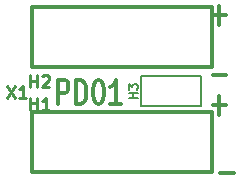
<source format=gto>
G04 (created by PCBNEW-RS274X (2012-01-19 BZR 3256)-stable) date 21/02/2013 14:30:42*
G01*
G70*
G90*
%MOIN*%
G04 Gerber Fmt 3.4, Leading zero omitted, Abs format*
%FSLAX34Y34*%
G04 APERTURE LIST*
%ADD10C,0.006000*%
%ADD11C,0.010000*%
%ADD12C,0.012000*%
G04 APERTURE END LIST*
G54D10*
G54D11*
X47926Y-28612D02*
X48193Y-29012D01*
X48193Y-28612D02*
X47926Y-29012D01*
X48555Y-29012D02*
X48326Y-29012D01*
X48440Y-29012D02*
X48440Y-28612D01*
X48402Y-28669D01*
X48364Y-28707D01*
X48326Y-28726D01*
G54D12*
X49622Y-29224D02*
X49622Y-28424D01*
X49850Y-28424D01*
X49908Y-28462D01*
X49936Y-28500D01*
X49965Y-28576D01*
X49965Y-28690D01*
X49936Y-28767D01*
X49908Y-28805D01*
X49850Y-28843D01*
X49622Y-28843D01*
X50222Y-29224D02*
X50222Y-28424D01*
X50365Y-28424D01*
X50450Y-28462D01*
X50508Y-28538D01*
X50536Y-28614D01*
X50565Y-28767D01*
X50565Y-28881D01*
X50536Y-29033D01*
X50508Y-29110D01*
X50450Y-29186D01*
X50365Y-29224D01*
X50222Y-29224D01*
X50936Y-28424D02*
X50993Y-28424D01*
X51050Y-28462D01*
X51079Y-28500D01*
X51108Y-28576D01*
X51136Y-28729D01*
X51136Y-28919D01*
X51108Y-29071D01*
X51079Y-29148D01*
X51050Y-29186D01*
X50993Y-29224D01*
X50936Y-29224D01*
X50879Y-29186D01*
X50850Y-29148D01*
X50822Y-29071D01*
X50793Y-28919D01*
X50793Y-28729D01*
X50822Y-28576D01*
X50850Y-28500D01*
X50879Y-28462D01*
X50936Y-28424D01*
X51707Y-29224D02*
X51364Y-29224D01*
X51536Y-29224D02*
X51536Y-28424D01*
X51479Y-28538D01*
X51421Y-28614D01*
X51364Y-28652D01*
X54772Y-26269D02*
X55229Y-26269D01*
X55000Y-26574D02*
X55000Y-25964D01*
X54772Y-28269D02*
X55229Y-28269D01*
X55022Y-31519D02*
X55479Y-31519D01*
X54772Y-29269D02*
X55229Y-29269D01*
X55000Y-29574D02*
X55000Y-28964D01*
X54750Y-31500D02*
X48750Y-31500D01*
X48750Y-31500D02*
X48750Y-29500D01*
X48750Y-29500D02*
X54750Y-29500D01*
X54750Y-29500D02*
X54750Y-31500D01*
X54750Y-28000D02*
X48750Y-28000D01*
X48750Y-28000D02*
X48750Y-26000D01*
X48750Y-26000D02*
X54750Y-26000D01*
X54750Y-26000D02*
X54750Y-28000D01*
G54D10*
X54400Y-28300D02*
X54400Y-29300D01*
X54400Y-29300D02*
X52400Y-29300D01*
X52400Y-29300D02*
X52400Y-28300D01*
X52400Y-28300D02*
X54400Y-28300D01*
G54D11*
X48695Y-29412D02*
X48695Y-29012D01*
X48695Y-29202D02*
X48924Y-29202D01*
X48924Y-29412D02*
X48924Y-29012D01*
X49324Y-29412D02*
X49095Y-29412D01*
X49209Y-29412D02*
X49209Y-29012D01*
X49171Y-29069D01*
X49133Y-29107D01*
X49095Y-29126D01*
X48695Y-28662D02*
X48695Y-28262D01*
X48695Y-28452D02*
X48924Y-28452D01*
X48924Y-28662D02*
X48924Y-28262D01*
X49095Y-28300D02*
X49114Y-28281D01*
X49152Y-28262D01*
X49248Y-28262D01*
X49286Y-28281D01*
X49305Y-28300D01*
X49324Y-28338D01*
X49324Y-28376D01*
X49305Y-28433D01*
X49076Y-28662D01*
X49324Y-28662D01*
G54D10*
X52271Y-29029D02*
X51971Y-29029D01*
X52114Y-29029D02*
X52114Y-28857D01*
X52271Y-28857D02*
X51971Y-28857D01*
X51971Y-28743D02*
X51971Y-28557D01*
X52086Y-28657D01*
X52086Y-28615D01*
X52100Y-28586D01*
X52114Y-28572D01*
X52143Y-28557D01*
X52214Y-28557D01*
X52243Y-28572D01*
X52257Y-28586D01*
X52271Y-28615D01*
X52271Y-28700D01*
X52257Y-28729D01*
X52243Y-28743D01*
M02*

</source>
